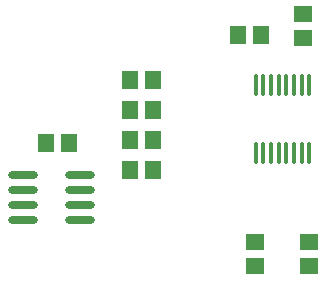
<source format=gtp>
%FSLAX44Y44*%
%MOMM*%
G71*
G01*
G75*
G04 Layer_Color=8421504*
%ADD10R,1.5000X1.4000*%
%ADD11O,0.3500X2.0000*%
%ADD12R,1.4000X1.5000*%
%ADD13O,2.5000X0.7000*%
%ADD14C,0.2540*%
%ADD15C,0.3810*%
%ADD16C,0.5080*%
%ADD17R,1.5000X1.5000*%
%ADD18C,1.5000*%
%ADD19R,1.5000X1.5000*%
%ADD20C,3.0000*%
%ADD21R,2.0000X2.0000*%
%ADD22C,2.0000*%
%ADD23C,4.2000*%
%ADD24C,0.7000*%
%ADD25C,0.2500*%
%ADD26C,0.6000*%
%ADD27C,0.2000*%
%ADD28C,0.1000*%
%ADD29C,0.1270*%
D10*
X782320Y990760D02*
D03*
Y1010760D02*
D03*
X736600Y990760D02*
D03*
Y1010760D02*
D03*
X777240Y1183800D02*
D03*
Y1203800D02*
D03*
D11*
X736710Y1086060D02*
D03*
X743210D02*
D03*
X749710D02*
D03*
X756210D02*
D03*
X762710D02*
D03*
X769210D02*
D03*
X775710D02*
D03*
X782210D02*
D03*
X736710Y1144060D02*
D03*
X743210D02*
D03*
X749710D02*
D03*
X756210D02*
D03*
X762710D02*
D03*
X769210D02*
D03*
X775710D02*
D03*
X782210D02*
D03*
D12*
X721520Y1186180D02*
D03*
X741520D02*
D03*
X630080Y1148080D02*
D03*
X650080D02*
D03*
Y1122680D02*
D03*
X630080D02*
D03*
Y1071880D02*
D03*
X650080D02*
D03*
X630080Y1097280D02*
D03*
X650080D02*
D03*
X578960Y1094740D02*
D03*
X558960D02*
D03*
D13*
X539380Y1068070D02*
D03*
Y1055370D02*
D03*
Y1042670D02*
D03*
Y1029970D02*
D03*
X588380Y1068070D02*
D03*
Y1055370D02*
D03*
Y1042670D02*
D03*
Y1029970D02*
D03*
M02*

</source>
